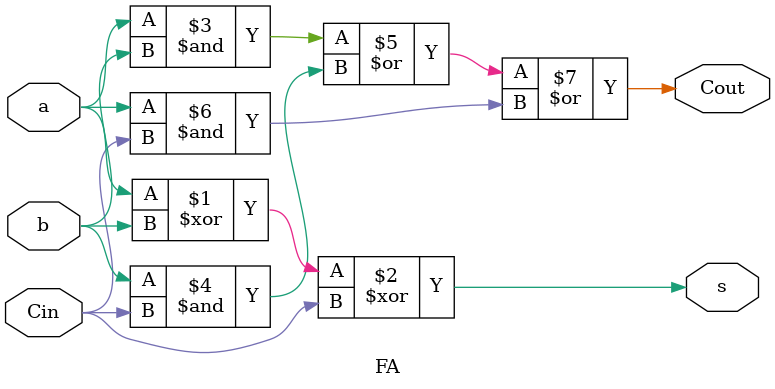
<source format=v>
`timescale 1ns / 1ps


module FA(
    input a,
    input b,
    input Cin,
    output s,
    output Cout
    );
    
    assign s = a ^ b ^ Cin;
    assign Cout = (a & b) | (b & Cin) | (a & Cin);
    

endmodule

</source>
